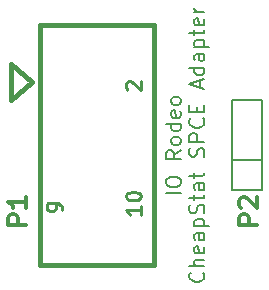
<source format=gto>
G04 (created by PCBNEW-RS274X (2012-apr-16-27)-stable) date Thu 24 Jul 2014 05:04:11 PM PDT*
G01*
G70*
G90*
%MOIN*%
G04 Gerber Fmt 3.4, Leading zero omitted, Abs format*
%FSLAX34Y34*%
G04 APERTURE LIST*
%ADD10C,0.006000*%
%ADD11C,0.008000*%
%ADD12C,0.015000*%
%ADD13C,0.012000*%
%ADD14C,0.010000*%
G04 APERTURE END LIST*
G54D10*
G54D11*
X26802Y-26595D02*
X26302Y-26595D01*
X26302Y-26262D02*
X26302Y-26166D01*
X26326Y-26119D01*
X26374Y-26071D01*
X26469Y-26047D01*
X26636Y-26047D01*
X26731Y-26071D01*
X26779Y-26119D01*
X26802Y-26166D01*
X26802Y-26262D01*
X26779Y-26309D01*
X26731Y-26357D01*
X26636Y-26381D01*
X26469Y-26381D01*
X26374Y-26357D01*
X26326Y-26309D01*
X26302Y-26262D01*
X26802Y-25166D02*
X26564Y-25333D01*
X26802Y-25452D02*
X26302Y-25452D01*
X26302Y-25261D01*
X26326Y-25214D01*
X26350Y-25190D01*
X26398Y-25166D01*
X26469Y-25166D01*
X26517Y-25190D01*
X26540Y-25214D01*
X26564Y-25261D01*
X26564Y-25452D01*
X26802Y-24881D02*
X26779Y-24928D01*
X26755Y-24952D01*
X26707Y-24976D01*
X26564Y-24976D01*
X26517Y-24952D01*
X26493Y-24928D01*
X26469Y-24881D01*
X26469Y-24809D01*
X26493Y-24761D01*
X26517Y-24738D01*
X26564Y-24714D01*
X26707Y-24714D01*
X26755Y-24738D01*
X26779Y-24761D01*
X26802Y-24809D01*
X26802Y-24881D01*
X26802Y-24286D02*
X26302Y-24286D01*
X26779Y-24286D02*
X26802Y-24333D01*
X26802Y-24429D01*
X26779Y-24476D01*
X26755Y-24500D01*
X26707Y-24524D01*
X26564Y-24524D01*
X26517Y-24500D01*
X26493Y-24476D01*
X26469Y-24429D01*
X26469Y-24333D01*
X26493Y-24286D01*
X26779Y-23857D02*
X26802Y-23905D01*
X26802Y-24000D01*
X26779Y-24048D01*
X26731Y-24072D01*
X26540Y-24072D01*
X26493Y-24048D01*
X26469Y-24000D01*
X26469Y-23905D01*
X26493Y-23857D01*
X26540Y-23834D01*
X26588Y-23834D01*
X26636Y-24072D01*
X26802Y-23548D02*
X26779Y-23595D01*
X26755Y-23619D01*
X26707Y-23643D01*
X26564Y-23643D01*
X26517Y-23619D01*
X26493Y-23595D01*
X26469Y-23548D01*
X26469Y-23476D01*
X26493Y-23428D01*
X26517Y-23405D01*
X26564Y-23381D01*
X26707Y-23381D01*
X26755Y-23405D01*
X26779Y-23428D01*
X26802Y-23476D01*
X26802Y-23548D01*
X27535Y-29237D02*
X27559Y-29261D01*
X27582Y-29332D01*
X27582Y-29380D01*
X27559Y-29452D01*
X27511Y-29499D01*
X27463Y-29523D01*
X27368Y-29547D01*
X27297Y-29547D01*
X27201Y-29523D01*
X27154Y-29499D01*
X27106Y-29452D01*
X27082Y-29380D01*
X27082Y-29332D01*
X27106Y-29261D01*
X27130Y-29237D01*
X27582Y-29023D02*
X27082Y-29023D01*
X27582Y-28809D02*
X27320Y-28809D01*
X27273Y-28832D01*
X27249Y-28880D01*
X27249Y-28952D01*
X27273Y-28999D01*
X27297Y-29023D01*
X27559Y-28380D02*
X27582Y-28428D01*
X27582Y-28523D01*
X27559Y-28571D01*
X27511Y-28595D01*
X27320Y-28595D01*
X27273Y-28571D01*
X27249Y-28523D01*
X27249Y-28428D01*
X27273Y-28380D01*
X27320Y-28357D01*
X27368Y-28357D01*
X27416Y-28595D01*
X27582Y-27928D02*
X27320Y-27928D01*
X27273Y-27951D01*
X27249Y-27999D01*
X27249Y-28094D01*
X27273Y-28142D01*
X27559Y-27928D02*
X27582Y-27975D01*
X27582Y-28094D01*
X27559Y-28142D01*
X27511Y-28166D01*
X27463Y-28166D01*
X27416Y-28142D01*
X27392Y-28094D01*
X27392Y-27975D01*
X27368Y-27928D01*
X27249Y-27690D02*
X27749Y-27690D01*
X27273Y-27690D02*
X27249Y-27642D01*
X27249Y-27547D01*
X27273Y-27499D01*
X27297Y-27476D01*
X27344Y-27452D01*
X27487Y-27452D01*
X27535Y-27476D01*
X27559Y-27499D01*
X27582Y-27547D01*
X27582Y-27642D01*
X27559Y-27690D01*
X27559Y-27262D02*
X27582Y-27190D01*
X27582Y-27071D01*
X27559Y-27024D01*
X27535Y-27000D01*
X27487Y-26976D01*
X27440Y-26976D01*
X27392Y-27000D01*
X27368Y-27024D01*
X27344Y-27071D01*
X27320Y-27167D01*
X27297Y-27214D01*
X27273Y-27238D01*
X27225Y-27262D01*
X27178Y-27262D01*
X27130Y-27238D01*
X27106Y-27214D01*
X27082Y-27167D01*
X27082Y-27047D01*
X27106Y-26976D01*
X27249Y-26833D02*
X27249Y-26643D01*
X27082Y-26762D02*
X27511Y-26762D01*
X27559Y-26738D01*
X27582Y-26691D01*
X27582Y-26643D01*
X27582Y-26262D02*
X27320Y-26262D01*
X27273Y-26285D01*
X27249Y-26333D01*
X27249Y-26428D01*
X27273Y-26476D01*
X27559Y-26262D02*
X27582Y-26309D01*
X27582Y-26428D01*
X27559Y-26476D01*
X27511Y-26500D01*
X27463Y-26500D01*
X27416Y-26476D01*
X27392Y-26428D01*
X27392Y-26309D01*
X27368Y-26262D01*
X27249Y-26095D02*
X27249Y-25905D01*
X27082Y-26024D02*
X27511Y-26024D01*
X27559Y-26000D01*
X27582Y-25953D01*
X27582Y-25905D01*
X27559Y-25381D02*
X27582Y-25309D01*
X27582Y-25190D01*
X27559Y-25143D01*
X27535Y-25119D01*
X27487Y-25095D01*
X27440Y-25095D01*
X27392Y-25119D01*
X27368Y-25143D01*
X27344Y-25190D01*
X27320Y-25286D01*
X27297Y-25333D01*
X27273Y-25357D01*
X27225Y-25381D01*
X27178Y-25381D01*
X27130Y-25357D01*
X27106Y-25333D01*
X27082Y-25286D01*
X27082Y-25166D01*
X27106Y-25095D01*
X27582Y-24881D02*
X27082Y-24881D01*
X27082Y-24690D01*
X27106Y-24643D01*
X27130Y-24619D01*
X27178Y-24595D01*
X27249Y-24595D01*
X27297Y-24619D01*
X27320Y-24643D01*
X27344Y-24690D01*
X27344Y-24881D01*
X27535Y-24095D02*
X27559Y-24119D01*
X27582Y-24190D01*
X27582Y-24238D01*
X27559Y-24310D01*
X27511Y-24357D01*
X27463Y-24381D01*
X27368Y-24405D01*
X27297Y-24405D01*
X27201Y-24381D01*
X27154Y-24357D01*
X27106Y-24310D01*
X27082Y-24238D01*
X27082Y-24190D01*
X27106Y-24119D01*
X27130Y-24095D01*
X27320Y-23881D02*
X27320Y-23714D01*
X27582Y-23643D02*
X27582Y-23881D01*
X27082Y-23881D01*
X27082Y-23643D01*
X27440Y-23072D02*
X27440Y-22834D01*
X27582Y-23119D02*
X27082Y-22953D01*
X27582Y-22786D01*
X27582Y-22405D02*
X27082Y-22405D01*
X27559Y-22405D02*
X27582Y-22452D01*
X27582Y-22548D01*
X27559Y-22595D01*
X27535Y-22619D01*
X27487Y-22643D01*
X27344Y-22643D01*
X27297Y-22619D01*
X27273Y-22595D01*
X27249Y-22548D01*
X27249Y-22452D01*
X27273Y-22405D01*
X27582Y-21953D02*
X27320Y-21953D01*
X27273Y-21976D01*
X27249Y-22024D01*
X27249Y-22119D01*
X27273Y-22167D01*
X27559Y-21953D02*
X27582Y-22000D01*
X27582Y-22119D01*
X27559Y-22167D01*
X27511Y-22191D01*
X27463Y-22191D01*
X27416Y-22167D01*
X27392Y-22119D01*
X27392Y-22000D01*
X27368Y-21953D01*
X27249Y-21715D02*
X27749Y-21715D01*
X27273Y-21715D02*
X27249Y-21667D01*
X27249Y-21572D01*
X27273Y-21524D01*
X27297Y-21501D01*
X27344Y-21477D01*
X27487Y-21477D01*
X27535Y-21501D01*
X27559Y-21524D01*
X27582Y-21572D01*
X27582Y-21667D01*
X27559Y-21715D01*
X27249Y-21334D02*
X27249Y-21144D01*
X27082Y-21263D02*
X27511Y-21263D01*
X27559Y-21239D01*
X27582Y-21192D01*
X27582Y-21144D01*
X27559Y-20786D02*
X27582Y-20834D01*
X27582Y-20929D01*
X27559Y-20977D01*
X27511Y-21001D01*
X27320Y-21001D01*
X27273Y-20977D01*
X27249Y-20929D01*
X27249Y-20834D01*
X27273Y-20786D01*
X27320Y-20763D01*
X27368Y-20763D01*
X27416Y-21001D01*
X27582Y-20548D02*
X27249Y-20548D01*
X27344Y-20548D02*
X27297Y-20524D01*
X27273Y-20500D01*
X27249Y-20453D01*
X27249Y-20405D01*
G54D12*
X25900Y-21000D02*
X25900Y-29000D01*
X25900Y-29000D02*
X22100Y-29000D01*
X22100Y-29000D02*
X22100Y-21000D01*
X22100Y-21000D02*
X25900Y-21000D01*
X21126Y-22283D02*
X21126Y-23465D01*
X21839Y-22888D02*
X21139Y-22288D01*
X21140Y-23488D02*
X21840Y-22888D01*
G54D10*
X29500Y-26500D02*
X28500Y-26500D01*
X28500Y-26500D02*
X28500Y-23500D01*
X28500Y-23500D02*
X29500Y-23500D01*
X29500Y-23500D02*
X29500Y-26500D01*
X28500Y-25500D02*
X29500Y-25500D01*
G54D13*
X21643Y-27642D02*
X21043Y-27642D01*
X21043Y-27414D01*
X21071Y-27356D01*
X21100Y-27328D01*
X21157Y-27299D01*
X21243Y-27299D01*
X21300Y-27328D01*
X21329Y-27356D01*
X21357Y-27414D01*
X21357Y-27642D01*
X21643Y-26728D02*
X21643Y-27071D01*
X21643Y-26899D02*
X21043Y-26899D01*
X21129Y-26956D01*
X21186Y-27014D01*
X21214Y-27071D01*
G54D14*
X25462Y-27024D02*
X25462Y-27310D01*
X25462Y-27167D02*
X24962Y-27167D01*
X25034Y-27215D01*
X25081Y-27262D01*
X25105Y-27310D01*
X24962Y-26715D02*
X24962Y-26667D01*
X24986Y-26619D01*
X25010Y-26596D01*
X25058Y-26572D01*
X25153Y-26548D01*
X25272Y-26548D01*
X25367Y-26572D01*
X25415Y-26596D01*
X25439Y-26619D01*
X25462Y-26667D01*
X25462Y-26715D01*
X25439Y-26762D01*
X25415Y-26786D01*
X25367Y-26810D01*
X25272Y-26834D01*
X25153Y-26834D01*
X25058Y-26810D01*
X25010Y-26786D01*
X24986Y-26762D01*
X24962Y-26715D01*
X22824Y-27142D02*
X22824Y-27047D01*
X22801Y-26999D01*
X22777Y-26975D01*
X22705Y-26928D01*
X22610Y-26904D01*
X22420Y-26904D01*
X22372Y-26928D01*
X22348Y-26952D01*
X22324Y-26999D01*
X22324Y-27095D01*
X22348Y-27142D01*
X22372Y-27166D01*
X22420Y-27190D01*
X22539Y-27190D01*
X22586Y-27166D01*
X22610Y-27142D01*
X22634Y-27095D01*
X22634Y-26999D01*
X22610Y-26952D01*
X22586Y-26928D01*
X22539Y-26904D01*
X25010Y-23135D02*
X24986Y-23111D01*
X24962Y-23063D01*
X24962Y-22944D01*
X24986Y-22897D01*
X25010Y-22873D01*
X25058Y-22849D01*
X25105Y-22849D01*
X25177Y-22873D01*
X25462Y-23159D01*
X25462Y-22849D01*
G54D13*
X29343Y-27642D02*
X28743Y-27642D01*
X28743Y-27414D01*
X28771Y-27356D01*
X28800Y-27328D01*
X28857Y-27299D01*
X28943Y-27299D01*
X29000Y-27328D01*
X29029Y-27356D01*
X29057Y-27414D01*
X29057Y-27642D01*
X28800Y-27071D02*
X28771Y-27042D01*
X28743Y-26985D01*
X28743Y-26842D01*
X28771Y-26785D01*
X28800Y-26756D01*
X28857Y-26728D01*
X28914Y-26728D01*
X29000Y-26756D01*
X29343Y-27099D01*
X29343Y-26728D01*
M02*

</source>
